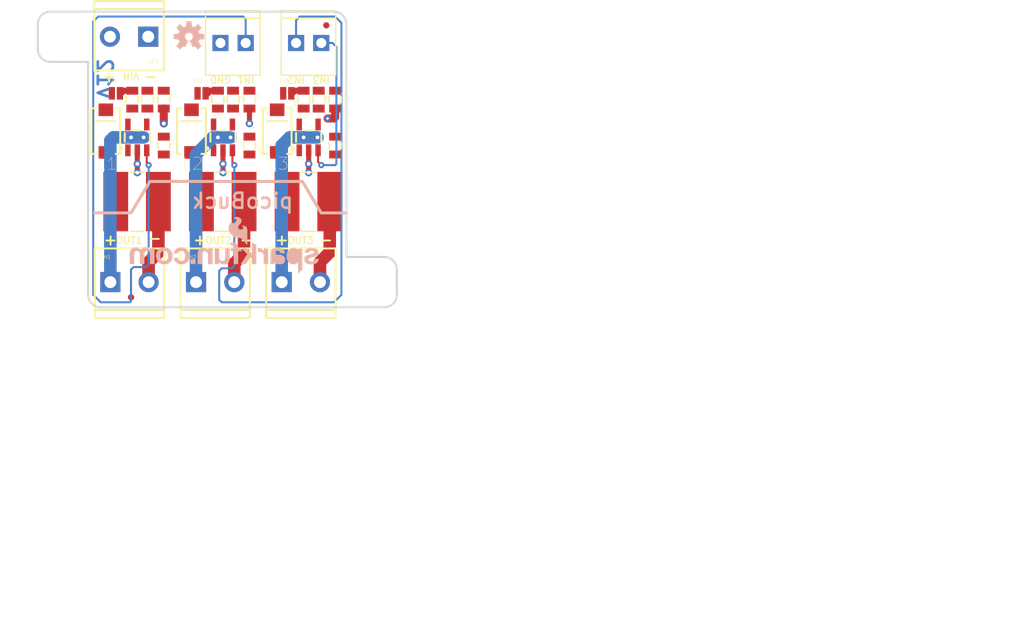
<source format=kicad_pcb>
(kicad_pcb (version 20211014) (generator pcbnew)
  (layers (0 "F.Cu" signal) (1 "In1.Cu" signal) (2 "In2.Cu" signal) (31 "B.Cu" signal) (34 "B.Paste" user) (35 "F.Paste" user) (36 "B.SilkS" user "B.Silkscreen") (37 "F.SilkS" user "F.Silkscreen") (38 "B.Mask" user) (39 "F.Mask" user) (44 "Edge.Cuts" user))
  (net 0 "")
  (net 1 "GND")
  (net 2 "VIN")
  (net 3 "N$9")
  (net 4 "N$13")
  (net 5 "IND2-1")
  (net 6 "N$5")
  (net 7 "N$11")
  (net 8 "IND1-1")
  (net 9 "N$16")
  (net 10 "IND3-1")
  (net 11 "CTRL_CH1")
  (net 12 "CTRL_CH2")
  (net 13 "CTRL_CH3")
  (net 14 "N$2")
  (net 15 "N$3")
  (net 16 "N$7")
  (net 17 "N$1")
  (footprint "" (layer "F.Cu") (at 161.5186 115.3491)
    (fp_text reference "@HOLE0" hide)
    (fp_text value "" (at 0 0) (layer "F.SilkS") (effects (font (size 1.27 1.27))))
    (pad "" np_thru_hole circle (at 0 0) (size 0.381 0.381) (drill 0.381) (layers *.Cu *.Mask))
  )
  (footprint "boardEagle:0805" (layer "F.Cu") (at 157.2006 98.9661 90)
    (fp_text reference "R6" (at -0.762 -0.8255 90) (layer "F.SilkS") (effects (font (size 0.376489 0.376489) (thickness 0.029911)) (justify left)))
    (fp_text value "0.3R")
    (pad "1" smd rect (at -0.9 0 90) (size 0.8 1.2) (layers "F.Cu" "F.Paste" "F.Mask") (net 17 "N$1"))
    (pad "2" smd rect (at 0.9 0 90) (size 0.8 1.2) (layers "F.Cu" "F.Paste" "F.Mask") (net 16 "N$7"))
  )
  (footprint "" (layer "F.Cu") (at 161.5186 119.4131)
    (fp_text reference "@HOLE8" hide)
    (fp_text value "" (at 0 0) (layer "F.SilkS") (effects (font (size 1.27 1.27))))
    (pad "" np_thru_hole circle (at 0 0) (size 0.381 0.381) (drill 0.381) (layers *.Cu *.Mask))
  )
  (footprint "boardEagle:SCREWTERMINAL-3.5MM-2_LOCK" (layer "F.Cu") (at 155.1686 117.3811)
    (fp_text reference "CH3" (at -1.27 -2.54) (layer "F.SilkS") (effects (font (size 0.367386 0.367386) (thickness 0.039014)) (justify left)))
    (fp_text value "")
    (pad "1" thru_hole rect (at -0.1778 0) (size 2.032 2.032) (drill 1.2) (layers *.Cu *.Mask) (net 17 "N$1"))
    (pad "2" thru_hole circle (at 3.6778 0) (size 2.032 2.032) (drill 1.2) (layers *.Cu *.Mask) (net 9 "N$16"))
  )
  (footprint "boardEagle:SMA-DIODE" (layer "F.Cu") (at 154.5336 102.1411 90)
    (fp_text reference "D3" (at -2.286 -1.651 90) (layer "F.SilkS") (effects (font (size 0.376489 0.376489) (thickness 0.029911)) (justify left)))
    (fp_text value "MBRA140")
    (pad "A" smd rect (at -2.15 0 270) (size 1.27 1.47) (layers "F.Cu" "F.Paste" "F.Mask") (net 10 "IND3-1"))
    (pad "C" smd rect (at 2.15 0 90) (size 1.27 1.47) (layers "F.Cu" "F.Paste" "F.Mask") (net 2 "VIN"))
  )
  (footprint "boardEagle:SMT-JUMPER_2_NO_NO-SILK" (layer "F.Cu") (at 155.5496 98.3311)
    (fp_text reference "SJ3" (at -0.908 -1.27) (layer "F.SilkS") (effects (font (size 0.367386 0.367386) (thickness 0.039014)) (justify left)))
    (fp_text value "JUMPER-SMT_2_NO_NO-SILK")
    (pad "1" smd rect (at -0.4064 0) (size 0.635 1.27) (layers "F.Cu" "F.Mask") (net 2 "VIN"))
    (pad "2" smd rect (at 0.4064 0) (size 0.635 1.27) (layers "F.Cu" "F.Mask") (net 16 "N$7"))
  )
  (footprint "" (layer "F.Cu") (at 135.4836 93.1241)
    (fp_text reference "@HOLE14" hide)
    (fp_text value "" (at 0 0) (layer "F.SilkS") (effects (font (size 1.27 1.27))))
    (pad "" np_thru_hole circle (at 0 0) (size 0.381 0.381) (drill 0.381) (layers *.Cu *.Mask))
  )
  (footprint "boardEagle:0805" (layer "F.Cu") (at 143.1036 98.9661 -90)
    (fp_text reference "C6" (at -0.762 -0.8255 90) (layer "F.SilkS") (effects (font (size 0.376489 0.376489) (thickness 0.029911)) (justify right)))
    (fp_text value "2.2uF")
    (pad "1" smd rect (at -0.9 0 270) (size 0.8 1.2) (layers "F.Cu" "F.Paste" "F.Mask") (net 2 "VIN"))
    (pad "2" smd rect (at 0.9 0 270) (size 0.8 1.2) (layers "F.Cu" "F.Paste" "F.Mask") (net 1 "GND"))
  )
  (footprint "boardEagle:MICRO-FIDUCIAL" (layer "F.Cu") (at 159.4866 91.4731)
    (fp_text reference "FID2" hide)
    (fp_text value "FIDUCIALUFIDUCIAL" hide)
    (pad "1" smd roundrect (at 0 0) (size 0.635 0.635) (layers "F.Cu" "F.Mask") (roundrect_rratio 0.5))
  )
  (footprint "boardEagle:SMA-DIODE" (layer "F.Cu") (at 137.2616 102.1411 90)
    (fp_text reference "D1" (at -2.286 -1.651 90) (layer "F.SilkS") (effects (font (size 0.376489 0.376489) (thickness 0.029911)) (justify left)))
    (fp_text value "MBRA140")
    (pad "A" smd rect (at -2.15 0 270) (size 1.27 1.47) (layers "F.Cu" "F.Paste" "F.Mask") (net 8 "IND1-1"))
    (pad "C" smd rect (at 2.15 0 90) (size 1.27 1.47) (layers "F.Cu" "F.Paste" "F.Mask") (net 2 "VIN"))
  )
  (footprint "boardEagle:SRN6045" (layer "F.Cu") (at 149.0726 109.2531)
    (fp_text reference "L2" (at -4.175 -3.825) (layer "F.SilkS") (effects (font (size 1.230986 1.230986) (thickness 0.039014)) (justify left)))
    (fp_text value "33µH/±20%/1.4A")
    (pad "1" smd rect (at -2.175 0 90) (size 6 2.5) (layers "F.Cu" "F.Paste" "F.Mask") (net 5 "IND2-1"))
    (pad "2" smd rect (at 2.125 0 90) (size 6 2.5) (layers "F.Cu" "F.Paste" "F.Mask") (net 3 "N$9"))
  )
  (footprint "boardEagle:SRN6045" (layer "F.Cu") (at 140.4366 109.2531)
    (fp_text reference "L1" (at -4.175 -3.825) (layer "F.SilkS") (effects (font (size 1.230986 1.230986) (thickness 0.039014)) (justify left)))
    (fp_text value "33µH/±20%/1.4A")
    (pad "1" smd rect (at -2.175 0 90) (size 6 2.5) (layers "F.Cu" "F.Paste" "F.Mask") (net 8 "IND1-1"))
    (pad "2" smd rect (at 2.125 0 90) (size 6 2.5) (layers "F.Cu" "F.Paste" "F.Mask") (net 6 "N$5"))
  )
  (footprint "boardEagle:SCREWTERMINAL-3.5MM-2_LOCK" (layer "F.Cu") (at 141.35735 92.6161 180)
    (fp_text reference "JP2" (at -1.27 -2.54) (layer "F.SilkS") (effects (font (size 0.367386 0.367386) (thickness 0.039014)) (justify right)))
    (fp_text value "")
    (pad "1" thru_hole rect (at -0.1778 0 180) (size 2.032 2.032) (drill 1.2) (layers *.Cu *.Mask) (net 1 "GND"))
    (pad "2" thru_hole circle (at 3.6778 0 180) (size 2.032 2.032) (drill 1.2) (layers *.Cu *.Mask) (net 2 "VIN"))
  )
  (footprint "boardEagle:0805" (layer "F.Cu") (at 160.3756 103.6016 -90)
    (fp_text reference "C5" (at -0.762 -0.8255 90) (layer "F.SilkS") (effects (font (size 0.376489 0.376489) (thickness 0.029911)) (justify right)))
    (fp_text value "1uF")
    (pad "1" smd rect (at -0.9 0 270) (size 0.8 1.2) (layers "F.Cu" "F.Paste" "F.Mask") (net 17 "N$1"))
    (pad "2" smd rect (at 0.9 0 270) (size 0.8 1.2) (layers "F.Cu" "F.Paste" "F.Mask") (net 9 "N$16"))
  )
  (footprint "boardEagle:STAND-OFF" (layer "F.Cu") (at 132.9436 92.6161)
    (fp_text reference "STANDOFF1" hide)
    (fp_text value "STAND-OFF" hide)
    (pad "" np_thru_hole circle (at 0 0) (size 3.302 3.302) (drill 3.302) (layers *.Cu *.Mask))
  )
  (footprint "boardEagle:1X02_2.54_SCREWTERM@1" (layer "F.Cu") (at 156.4386 93.2511)
    (fp_text reference "JP3" hide)
    (fp_text value "M022.54MM_SCREWTERM" hide)
    (pad "P1" thru_hole rect (at 2.54 0) (size 1.6256 1.6256) (drill 1.016) (layers *.Cu *.Mask) (net 13 "CTRL_CH3"))
    (pad "P2" thru_hole rect (at 0 0) (size 1.6256 1.6256) (drill 1.016) (layers *.Cu *.Mask) (net 12 "CTRL_CH2"))
  )
  (footprint "" (layer "F.Cu") (at 135.4836 92.1081)
    (fp_text reference "@HOLE12" hide)
    (fp_text value "" (at 0 0) (layer "F.SilkS") (effects (font (size 1.27 1.27))))
    (pad "" np_thru_hole circle (at 0 0) (size 0.381 0.381) (drill 0.381) (layers *.Cu *.Mask))
  )
  (footprint "boardEagle:SCREWTERMINAL-3.5MM-2_LOCK" (layer "F.Cu") (at 146.5326 117.3811)
    (fp_text reference "CH2" (at -1.27 -2.54) (layer "F.SilkS") (effects (font (size 0.367386 0.367386) (thickness 0.039014)) (justify left)))
    (fp_text value "")
    (pad "1" thru_hole rect (at -0.1778 0) (size 2.032 2.032) (drill 1.2) (layers *.Cu *.Mask) (net 4 "N$13"))
    (pad "2" thru_hole circle (at 3.6778 0) (size 2.032 2.032) (drill 1.2) (layers *.Cu *.Mask) (net 3 "N$9"))
  )
  (footprint "" (layer "F.Cu") (at 161.5186 116.8731)
    (fp_text reference "@HOLE3" hide)
    (fp_text value "" (at 0 0) (layer "F.SilkS") (effects (font (size 1.27 1.27))))
    (pad "" np_thru_hole circle (at 0 0) (size 0.381 0.381) (drill 0.381) (layers *.Cu *.Mask))
  )
  (footprint "" (layer "F.Cu") (at 135.4836 92.6161)
    (fp_text reference "@HOLE13" hide)
    (fp_text value "" (at 0 0) (layer "F.SilkS") (effects (font (size 1.27 1.27))))
    (pad "" np_thru_hole circle (at 0 0) (size 0.381 0.381) (drill 0.381) (layers *.Cu *.Mask))
  )
  (footprint "" (layer "F.Cu") (at 161.5186 116.3651)
    (fp_text reference "@HOLE2" hide)
    (fp_text value "" (at 0 0) (layer "F.SilkS") (effects (font (size 1.27 1.27))))
    (pad "" np_thru_hole circle (at 0 0) (size 0.381 0.381) (drill 0.381) (layers *.Cu *.Mask))
  )
  (footprint "" (layer "F.Cu") (at 135.4836 90.5841)
    (fp_text reference "@HOLE9" hide)
    (fp_text value "" (at 0 0) (layer "F.SilkS") (effects (font (size 1.27 1.27))))
    (pad "" np_thru_hole circle (at 0 0) (size 0.381 0.381) (drill 0.381) (layers *.Cu *.Mask))
  )
  (footprint "" (layer "F.Cu") (at 161.5186 117.3811)
    (fp_text reference "@HOLE4" hide)
    (fp_text value "" (at 0 0) (layer "F.SilkS") (effects (font (size 1.27 1.27))))
    (pad "" np_thru_hole circle (at 0 0) (size 0.381 0.381) (drill 0.381) (layers *.Cu *.Mask))
  )
  (footprint "boardEagle:SOT23-5" (layer "F.Cu") (at 157.7086 102.7761)
    (fp_text reference "U3" (at -0.889 -2.159) (layer "F.SilkS") (effects (font (size 0.367386 0.367386) (thickness 0.039014)) (justify left)))
    (fp_text value "AL8860" hide)
    (pad "1" smd rect (at -0.95 1.3001) (size 0.55 1.2) (layers "F.Cu" "F.Paste" "F.Mask") (net 10 "IND3-1"))
    (pad "2" smd rect (at 0 1.3001) (size 0.55 1.2) (layers "F.Cu" "F.Paste" "F.Mask") (net 1 "GND"))
    (pad "3" smd rect (at 0.95 1.3001) (size 0.55 1.2) (layers "F.Cu" "F.Paste" "F.Mask") (net 13 "CTRL_CH3"))
    (pad "4" smd rect (at 0.95 -1.3001) (size 0.55 1.2) (layers "F.Cu" "F.Paste" "F.Mask") (net 17 "N$1"))
    (pad "5" smd rect (at -0.95 -1.3001) (size 0.55 1.2) (layers "F.Cu" "F.Paste" "F.Mask") (net 2 "VIN"))
  )
  (footprint "boardEagle:0805" (layer "F.Cu") (at 158.7246 98.9661 -90)
    (fp_text reference "R3" (at -0.762 -0.8255 90) (layer "F.SilkS") (effects (font (size 0.376489 0.376489) (thickness 0.029911)) (justify right)))
    (fp_text value "0.3R")
    (pad "1" smd rect (at -0.9 0 270) (size 0.8 1.2) (layers "F.Cu" "F.Paste" "F.Mask") (net 2 "VIN"))
    (pad "2" smd rect (at 0.9 0 270) (size 0.8 1.2) (layers "F.Cu" "F.Paste" "F.Mask") (net 17 "N$1"))
  )
  (footprint "" (layer "F.Cu") (at 161.5186 117.8891)
    (fp_text reference "@HOLE5" hide)
    (fp_text value "" (at 0 0) (layer "F.SilkS") (effects (font (size 1.27 1.27))))
    (pad "" np_thru_hole circle (at 0 0) (size 0.381 0.381) (drill 0.381) (layers *.Cu *.Mask))
  )
  (footprint "boardEagle:SOT23-5" (layer "F.Cu") (at 149.0726 102.7761)
    (fp_text reference "U2" (at -0.889 -2.159) (layer "F.SilkS") (effects (font (size 0.367386 0.367386) (thickness 0.039014)) (justify left)))
    (fp_text value "AL8860" hide)
    (pad "1" smd rect (at -0.95 1.3001) (size 0.55 1.2) (layers "F.Cu" "F.Paste" "F.Mask") (net 5 "IND2-1"))
    (pad "2" smd rect (at 0 1.3001) (size 0.55 1.2) (layers "F.Cu" "F.Paste" "F.Mask") (net 1 "GND"))
    (pad "3" smd rect (at 0.95 1.3001) (size 0.55 1.2) (layers "F.Cu" "F.Paste" "F.Mask") (net 12 "CTRL_CH2"))
    (pad "4" smd rect (at 0.95 -1.3001) (size 0.55 1.2) (layers "F.Cu" "F.Paste" "F.Mask") (net 4 "N$13"))
    (pad "5" smd rect (at -0.95 -1.3001) (size 0.55 1.2) (layers "F.Cu" "F.Paste" "F.Mask") (net 2 "VIN"))
  )
  (footprint "boardEagle:0805" (layer "F.Cu") (at 151.7396 98.9661 -90)
    (fp_text reference "C4" (at -0.762 -0.8255 90) (layer "F.SilkS") (effects (font (size 0.376489 0.376489) (thickness 0.029911)) (justify right)))
    (fp_text value "2.2uF")
    (pad "1" smd rect (at -0.9 0 270) (size 0.8 1.2) (layers "F.Cu" "F.Paste" "F.Mask") (net 2 "VIN"))
    (pad "2" smd rect (at 0.9 0 270) (size 0.8 1.2) (layers "F.Cu" "F.Paste" "F.Mask") (net 1 "GND"))
  )
  (footprint "boardEagle:0805" (layer "F.Cu") (at 143.1036 103.6016 -90)
    (fp_text reference "C1" (at -0.762 -0.8255 90) (layer "F.SilkS") (effects (font (size 0.376489 0.376489) (thickness 0.029911)) (justify right)))
    (fp_text value "1uF")
    (pad "1" smd rect (at -0.9 0 270) (size 0.8 1.2) (layers "F.Cu" "F.Paste" "F.Mask") (net 7 "N$11"))
    (pad "2" smd rect (at 0.9 0 270) (size 0.8 1.2) (layers "F.Cu" "F.Paste" "F.Mask") (net 6 "N$5"))
  )
  (footprint "boardEagle:0805" (layer "F.Cu") (at 160.3756 98.9661 -90)
    (fp_text reference "C2" (at -0.762 -0.8255 90) (layer "F.SilkS") (effects (font (size 0.376489 0.376489) (thickness 0.029911)) (justify right)))
    (fp_text value "2.2uF")
    (pad "1" smd rect (at -0.9 0 270) (size 0.8 1.2) (layers "F.Cu" "F.Paste" "F.Mask") (net 2 "VIN"))
    (pad "2" smd rect (at 0.9 0 270) (size 0.8 1.2) (layers "F.Cu" "F.Paste" "F.Mask") (net 1 "GND"))
  )
  (footprint "" (layer "F.Cu") (at 135.4836 94.6481)
    (fp_text reference "@HOLE17" hide)
    (fp_text value "" (at 0 0) (layer "F.SilkS") (effects (font (size 1.27 1.27))))
    (pad "" np_thru_hole circle (at 0 0) (size 0.381 0.381) (drill 0.381) (layers *.Cu *.Mask))
  )
  (footprint "boardEagle:0805" (layer "F.Cu") (at 139.9286 98.9661 90)
    (fp_text reference "R4" (at -0.762 -0.8255 90) (layer "F.SilkS") (effects (font (size 0.376489 0.376489) (thickness 0.029911)) (justify left)))
    (fp_text value "0.3R")
    (pad "1" smd rect (at -0.9 0 90) (size 0.8 1.2) (layers "F.Cu" "F.Paste" "F.Mask") (net 7 "N$11"))
    (pad "2" smd rect (at 0.9 0 90) (size 0.8 1.2) (layers "F.Cu" "F.Paste" "F.Mask") (net 14 "N$2"))
  )
  (footprint "boardEagle:0805" (layer "F.Cu") (at 151.7396 103.6016 -90)
    (fp_text reference "C3" (at -0.762 -0.8255 90) (layer "F.SilkS") (effects (font (size 0.376489 0.376489) (thickness 0.029911)) (justify right)))
    (fp_text value "1uF")
    (pad "1" smd rect (at -0.9 0 270) (size 0.8 1.2) (layers "F.Cu" "F.Paste" "F.Mask") (net 4 "N$13"))
    (pad "2" smd rect (at 0.9 0 270) (size 0.8 1.2) (layers "F.Cu" "F.Paste" "F.Mask") (net 3 "N$9"))
  )
  (footprint "" (layer "F.Cu") (at 135.4836 94.1401)
    (fp_text reference "@HOLE16" hide)
    (fp_text value "" (at 0 0) (layer "F.SilkS") (effects (font (size 1.27 1.27))))
    (pad "" np_thru_hole circle (at 0 0) (size 0.381 0.381) (drill 0.381) (layers *.Cu *.Mask))
  )
  (footprint "" (layer "F.Cu") (at 161.5186 118.3971)
    (fp_text reference "@HOLE6" hide)
    (fp_text value "" (at 0 0) (layer "F.SilkS") (effects (font (size 1.27 1.27))))
    (pad "" np_thru_hole circle (at 0 0) (size 0.381 0.381) (drill 0.381) (layers *.Cu *.Mask))
  )
  (footprint "boardEagle:MICRO-FIDUCIAL" (layer "F.Cu") (at 139.8016 118.9051)
    (fp_text reference "FID1" hide)
    (fp_text value "FIDUCIALUFIDUCIAL" hide)
    (pad "1" smd roundrect (at 0 0) (size 0.635 0.635) (layers "F.Cu" "F.Mask") (roundrect_rratio 0.5))
  )
  (footprint "" (layer "F.Cu") (at 161.5186 118.9051)
    (fp_text reference "@HOLE7" hide)
    (fp_text value "" (at 0 0) (layer "F.SilkS") (effects (font (size 1.27 1.27))))
    (pad "" np_thru_hole circle (at 0 0) (size 0.381 0.381) (drill 0.381) (layers *.Cu *.Mask))
  )
  (footprint "boardEagle:SRN6045" (layer "F.Cu") (at 157.7086 109.2531)
    (fp_text reference "L3" (at -4.175 -3.825) (layer "F.SilkS") (effects (font (size 1.230986 1.230986) (thickness 0.039014)) (justify left)))
    (fp_text value "33µH/±20%/1.4A")
    (pad "1" smd rect (at -2.175 0 90) (size 6 2.5) (layers "F.Cu" "F.Paste" "F.Mask") (net 10 "IND3-1"))
    (pad "2" smd rect (at 2.125 0 90) (size 6 2.5) (layers "F.Cu" "F.Paste" "F.Mask") (net 9 "N$16"))
  )
  (footprint "" (layer "F.Cu") (at 135.4836 91.0921)
    (fp_text reference "@HOLE10" hide)
    (fp_text value "" (at 0 0) (layer "F.SilkS") (effects (font (size 1.27 1.27))))
    (pad "" np_thru_hole circle (at 0 0) (size 0.381 0.381) (drill 0.381) (layers *.Cu *.Mask))
  )
  (footprint "boardEagle:CREATIVE_COMMONS" (layer "F.Cu") (at 146.9136 151.6711)
    (fp_text reference "FRAME1" hide)
    (fp_text value "FRAME-LETTER" hide)
  )
  (footprint "boardEagle:SMA-DIODE" (layer "F.Cu") (at 145.8976 102.1411 90)
    (fp_text reference "D2" (at -2.286 -1.651 90) (layer "F.SilkS") (effects (font (size 0.376489 0.376489) (thickness 0.029911)) (justify left)))
    (fp_text value "MBRA140")
    (pad "A" smd rect (at -2.15 0 270) (size 1.27 1.47) (layers "F.Cu" "F.Paste" "F.Mask") (net 5 "IND2-1"))
    (pad "C" smd rect (at 2.15 0 90) (size 1.27 1.47) (layers "F.Cu" "F.Paste" "F.Mask") (net 2 "VIN"))
  )
  (footprint "boardEagle:0805" (layer "F.Cu") (at 150.0886 98.9661 -90)
    (fp_text reference "R2" (at -0.762 -0.8255 90) (layer "F.SilkS") (effects (font (size 0.376489 0.376489) (thickness 0.029911)) (justify right)))
    (fp_text value "0.3R")
    (pad "1" smd rect (at -0.9 0 270) (size 0.8 1.2) (layers "F.Cu" "F.Paste" "F.Mask") (net 2 "VIN"))
    (pad "2" smd rect (at 0.9 0 270) (size 0.8 1.2) (layers "F.Cu" "F.Paste" "F.Mask") (net 4 "N$13"))
  )
  (footprint "boardEagle:0805" (layer "F.Cu") (at 148.5646 98.9661 90)
    (fp_text reference "R5" (at -0.762 -0.8255 90) (layer "F.SilkS") (effects (font (size 0.376489 0.376489) (thickness 0.029911)) (justify left)))
    (fp_text value "0.3R")
    (pad "1" smd rect (at -0.9 0 90) (size 0.8 1.2) (layers "F.Cu" "F.Paste" "F.Mask") (net 4 "N$13"))
    (pad "2" smd rect (at 0.9 0 90) (size 0.8 1.2) (layers "F.Cu" "F.Paste" "F.Mask") (net 15 "N$3"))
  )
  (footprint "boardEagle:SMT-JUMPER_2_NO_NO-SILK" (layer "F.Cu") (at 146.9136 98.3311)
    (fp_text reference "SJ2" (at -0.908 -1.27) (layer "F.SilkS") (effects (font (size 0.367386 0.367386) (thickness 0.039014)) (justify left)))
    (fp_text value "JUMPER-SMT_2_NO_NO-SILK")
    (pad "1" smd rect (at -0.4064 0) (size 0.635 1.27) (layers "F.Cu" "F.Mask") (net 2 "VIN"))
    (pad "2" smd rect (at 0.4064 0) (size 0.635 1.27) (layers "F.Cu" "F.Mask") (net 15 "N$3"))
  )
  (footprint "" (layer "F.Cu") (at 135.4836 91.6001)
    (fp_text reference "@HOLE11" hide)
    (fp_text value "" (at 0 0) (layer "F.SilkS") (effects (font (size 1.27 1.27))))
    (pad "" np_thru_hole circle (at 0 0) (size 0.381 0.381) (drill 0.381) (layers *.Cu *.Mask))
  )
  (footprint "boardEagle:1X02_2.54_SCREWTERM@1" (layer "F.Cu") (at 148.8186 93.2511)
    (fp_text reference "JP4" hide)
    (fp_text value "M022.54MM_SCREWTERM" hide)
    (pad "P1" thru_hole rect (at 2.54 0) (size 1.6256 1.6256) (drill 1.016) (layers *.Cu *.Mask) (net 11 "CTRL_CH1"))
    (pad "P2" thru_hole rect (at 0 0) (size 1.6256 1.6256) (drill 1.016) (layers *.Cu *.Mask) (net 1 "GND"))
  )
  (footprint "boardEagle:STAND-OFF" (layer "F.Cu") (at 164.0586 117.3811)
    (fp_text reference "STANDOFF2" hide)
    (fp_text value "STAND-OFF" hide)
    (pad "" np_thru_hole circle (at 0 0) (size 3.302 3.302) (drill 3.302) (layers *.Cu *.Mask))
  )
  (footprint "boardEagle:SMT-JUMPER_2_NO_NO-SILK" (layer "F.Cu") (at 138.2776 98.3311)
    (fp_text reference "SJ1" (at -0.908 -1.27) (layer "F.SilkS") (effects (font (size 0.367386 0.367386) (thickness 0.039014)) (justify left)))
    (fp_text value "JUMPER-SMT_2_NO_NO-SILK")
    (pad "1" smd rect (at -0.4064 0) (size 0.635 1.27) (layers "F.Cu" "F.Mask") (net 2 "VIN"))
    (pad "2" smd rect (at 0.4064 0) (size 0.635 1.27) (layers "F.Cu" "F.Mask") (net 14 "N$2"))
  )
  (footprint "boardEagle:SCREWTERMINAL-3.5MM-2_LOCK" (layer "F.Cu") (at 137.8966 117.3811)
    (fp_text reference "CH1" (at -1.27 -2.54) (layer "F.SilkS") (effects (font (size 0.367386 0.367386) (thickness 0.039014)) (justify left)))
    (fp_text value "")
    (pad "1" thru_hole rect (at -0.1778 0) (size 2.032 2.032) (drill 1.2) (layers *.Cu *.Mask) (net 7 "N$11"))
    (pad "2" thru_hole circle (at 3.6778 0) (size 2.032 2.032) (drill 1.2) (layers *.Cu *.Mask) (net 6 "N$5"))
  )
  (footprint "" (layer "F.Cu") (at 161.5186 115.8571)
    (fp_text reference "@HOLE1" hide)
    (fp_text value "" (at 0 0) (layer "F.SilkS") (effects (font (size 1.27 1.27))))
    (pad "" np_thru_hole circle (at 0 0) (size 0.381 0.381) (drill 0.381) (layers *.Cu *.Mask))
  )
  (footprint "boardEagle:0805" (layer "F.Cu") (at 141.4526 98.9661 -90)
    (fp_text reference "R1" (at -0.762 -0.8255 90) (layer "F.SilkS") (effects (font (size 0.376489 0.376489) (thickness 0.029911)) (justify right)))
    (fp_text value "0.3R")
    (pad "1" smd rect (at -0.9 0 270) (size 0.8 1.2) (layers "F.Cu" "F.Paste" "F.Mask") (net 2 "VIN"))
    (pad "2" smd rect (at 0.9 0 270) (size 0.8 1.2) (layers "F.Cu" "F.Paste" "F.Mask") (net 7 "N$11"))
  )
  (footprint "" (layer "F.Cu") (at 135.4836 93.6321)
    (fp_text reference "@HOLE15" hide)
    (fp_text value "" (at 0 0) (layer "F.SilkS") (effects (font (size 1.27 1.27))))
    (pad "" np_thru_hole circle (at 0 0) (size 0.381 0.381) (drill 0.381) (layers *.Cu *.Mask))
  )
  (footprint "boardEagle:SOT23-5" (layer "F.Cu") (at 140.4366 102.7761)
    (fp_text reference "U1" (at -0.889 -2.159) (layer "F.SilkS") (effects (font (size 0.367386 0.367386) (thickness 0.039014)) (justify left)))
    (fp_text value "AL8860" hide)
    (pad "1" smd rect (at -0.95 1.3001) (size 0.55 1.2) (layers "F.Cu" "F.Paste" "F.Mask") (net 8 "IND1-1"))
    (pad "2" smd rect (at 0 1.3001) (size 0.55 1.2) (layers "F.Cu" "F.Paste" "F.Mask") (net 1 "GND"))
    (pad "3" smd rect (at 0.95 1.3001) (size 0.55 1.2) (layers "F.Cu" "F.Paste" "F.Mask") (net 11 "CTRL_CH1"))
    (pad "4" smd rect (at 0.95 -1.3001) (size 0.55 1.2) (layers "F.Cu" "F.Paste" "F.Mask") (net 7 "N$11"))
    (pad "5" smd rect (at -0.95 -1.3001) (size 0.55 1.2) (layers "F.Cu" "F.Paste" "F.Mask") (net 2 "VIN"))
  )
  (footprint "boardEagle:SFE-NEW-WEBLOGO" (layer "B.Cu") (at 158.7246 116.4921 180)
    (fp_text reference "LOGO2" hide)
    (fp_text value "LOGO-SFENEW" hide)
  )
  (footprint "boardEagle:OSHW-LOGO-S" (layer "B.Cu") (at 145.6436 92.6161 180)
    (fp_text reference "LOGO1" hide)
    (fp_text value "OSHW-LOGOS" hide)
  )
  (gr_line (start 139.8016 110.3961) (end 141.7066 107.2211) (layer "B.SilkS") (width 0.3048))
  (gr_line (start 141.7066 107.2211) (end 157.0736 107.2211) (layer "B.SilkS") (width 0.3048))
  (gr_line (start 136.1186 110.3961) (end 139.8016 110.3961) (layer "B.SilkS") (width 0.3048))
  (gr_line (start 157.0736 107.2211) (end 158.9786 110.3961) (layer "B.SilkS") (width 0.3048))
  (gr_line (start 158.9786 110.3961) (end 161.5186 110.3961) (layer "B.SilkS") (width 0.3048))
  (gr_arc (start 136.7536 119.9211) (mid 135.855574 119.549126) (end 135.4836 118.6511) (layer "Edge.Cuts") (width 0.2032))
  (gr_arc (start 131.6736 95.1561) (mid 130.775574 94.784126) (end 130.4036 93.8861) (layer "Edge.Cuts") (width 0.2032))
  (gr_line (start 136.7536 119.9211) (end 165.3161 119.9211) (layer "Edge.Cuts") (width 0.2032))
  (gr_arc (start 130.4036 91.3561) (mid 130.775574 90.458074) (end 131.6736 90.0861) (layer "Edge.Cuts") (width 0.2032))
  (gr_arc (start 160.2361 90.0861) (mid 161.134126 90.458074) (end 161.5061 91.3561) (layer "Edge.Cuts") (width 0.2032))
  (gr_line (start 135.4836 95.1561) (end 135.4836 118.6511) (layer "Edge.Cuts") (width 0.2032))
  (gr_arc (start 166.5986 118.6511) (mid 166.226626 119.549126) (end 165.3286 119.9211) (layer "Edge.Cuts") (width 0.2032))
  (gr_line (start 161.5186 114.8411) (end 165.3286 114.8411) (layer "Edge.Cuts") (width 0.2032))
  (gr_arc (start 165.3286 114.8411) (mid 166.226626 115.213074) (end 166.5986 116.1111) (layer "Edge.Cuts") (width 0.2032))
  (gr_line (start 166.5986 116.1111) (end 166.5986 118.6511) (layer "Edge.Cuts") (width 0.2032))
  (gr_line (start 131.6736 95.1561) (end 135.4836 95.1561) (layer "Edge.Cuts") (width 0.2032))
  (gr_line (start 130.4036 91.3561) (end 130.4036 93.8861) (layer "Edge.Cuts") (width 0.2032))
  (gr_line (start 160.2361 90.0861) (end 131.6736 90.0861) (layer "Edge.Cuts") (width 0.2032))
  (gr_line (start 161.5186 114.8411) (end 161.5061 91.3561) (layer "Edge.Cuts") (width 0.2032))
  (gr_text "v12" (at 138.0236 94.6481 -90) (layer "B.Cu") (effects (font (size 1.5113 1.5113) (thickness 0.2667)) (justify right top mirror)))
  (gr_text "picoBuck" (at 156.2989 110.0659) (layer "B.SilkS") (effects (font (size 1.5113 1.5113) (thickness 0.2667)) (justify left bottom mirror)))
  (gr_text "-" (at 141.73835 96.14035 180) (layer "F.SilkS") (effects (font (size 1.0795 1.0795) (thickness 0.1905)) (justify bottom)))
  (gr_text "VIN" (at 139.8016 96.1721 180) (layer "F.SilkS") (effects (font (size 0.69088 0.69088) (thickness 0.12192)) (justify bottom)))
  (gr_text "-" (at 141.3891 113.5711) (layer "F.SilkS") (effects (font (size 1.0795 1.0795) (thickness 0.1905)) (justify left bottom)))
  (gr_text "GND" (at 148.8186 96.5531 180) (layer "F.SilkS") (effects (font (size 0.69088 0.69088) (thickness 0.12192)) (justify bottom)))
  (gr_text "+" (at 154.2161 113.72985) (layer "F.SilkS") (effects (font (size 1.0795 1.0795) (thickness 0.1905)) (justify left bottom)))
  (gr_text "IN2" (at 156.4386 96.5531 180) (layer "F.SilkS") (effects (font (size 0.69088 0.69088) (thickness 0.12192)) (justify bottom)))
  (gr_text "+" (at 137.61085 96.14035 180) (layer "F.SilkS") (effects (font (size 1.0795 1.0795) (thickness 0.1905)) (justify bottom)))
  (gr_text "-" (at 158.6611 113.72985) (layer "F.SilkS") (effects (font (size 1.0795 1.0795) (thickness 0.1905)) (justify left bottom)))
  (gr_text "IN3" (at 158.9786 96.5531 180) (layer "F.SilkS") (effects (font (size 0.69088 0.69088) (thickness 0.12192)) (justify bottom)))
  (gr_text "+" (at 136.9441 113.72985) (layer "F.SilkS") (effects (font (size 1.0795 1.0795) (thickness 0.1905)) (justify left bottom)))
  (gr_text "IN1" (at 151.3586 96.5531 180) (layer "F.SilkS") (effects (font (size 0.69088 0.69088) (thickness 0.12192)) (justify bottom)))
  (gr_text "-" (at 150.6601 113.72985) (layer "F.SilkS") (effects (font (size 1.0795 1.0795) (thickness 0.1905)) (justify left bottom)))
  (gr_text "+" (at 145.9611 113.72985) (layer "F.SilkS") (effects (font (size 1.0795 1.0795) (thickness 0.1905)) (justify left bottom)))
  (gr_text "OUT1" (at 138.2141 113.5711) (layer "F.SilkS") (effects (font (size 0.69088 0.69088) (thickness 0.12192)) (justify left bottom)))
  (gr_text "OUT2" (at 147.2311 113.5711) (layer "F.SilkS") (effects (font (size 0.69088 0.69088) (thickness 0.12192)) (justify left bottom)))
  (gr_text "OUT3" (at 155.4861 113.5711) (layer "F.SilkS") (effects (font (size 0.69088 0.69088) (thickness 0.12192)) (justify left bottom)))
  (segment (start 160.3756 100.7441) (end 160.2486 100.8711) (width 0.8128) (layer "F.Cu") (net 1))
  (segment (start 149.0726 104.0762) (end 149.0726 105.4431) (width 0.508) (layer "F.Cu") (net 1))
  (segment (start 160.2486 100.8711) (end 159.6136 100.8711) (width 0.8128) (layer "F.Cu") (net 1))
  (segment (start 160.3756 99.8661) (end 160.3756 100.7441) (width 0.8128) (layer "F.Cu") (net 1))
  (segment (start 143.1036 99.8661) (end 143.1036 101.3791) (width 0.8128) (layer "F.Cu") (net 1))
  (segment (start 149.0726 105.4431) (end 149.0726 106.3321) (width 0.508) (layer "F.Cu") (net 1))
  (segment (start 157.7086 104.0762) (end 157.7086 105.4431) (width 0.508) (layer "F.Cu") (net 1))
  (segment (start 157.7086 105.4431) (end 157.7086 106.3321) (width 0.508) (layer "F.Cu") (net 1))
  (segment (start 140.4366 105.4431) (end 140.4366 106.3321) (width 0.508) (layer "F.Cu") (net 1))
  (segment (start 140.4366 104.0762) (end 140.4366 105.4431) (width 0.508) (layer "F.Cu") (net 1))
  (segment (start 151.7396 99.8661) (end 151.7396 101.3791) (width 0.508) (layer "F.Cu") (net 1))
  (via (at 159.6136 100.8711) (size 0.6096) (drill 0.254) (layers "F.Cu" "B.Cu") (net 1))
  (via (at 151.7396 101.3791) (size 0.7366) (drill 0.381) (layers "F.Cu" "B.Cu") (net 1))
  (via (at 140.4366 105.4431) (size 0.7366) (drill 0.381) (layers "F.Cu" "B.Cu") (net 1))
  (via (at 149.0726 106.3321) (size 0.7366) (drill 0.381) (layers "F.Cu" "B.Cu") (net 1))
  (via (at 157.7086 106.3321) (size 0.7366) (drill 0.381) (layers "F.Cu" "B.Cu") (net 1))
  (via (at 157.7086 105.4431) (size 0.7366) (drill 0.381) (layers "F.Cu" "B.Cu") (net 1))
  (via (at 140.4366 106.3321) (size 0.7366) (drill 0.381) (layers "F.Cu" "B.Cu") (net 1))
  (via (at 149.0726 105.4431) (size 0.7366) (drill 0.381) (layers "F.Cu" "B.Cu") (net 1))
  (via (at 143.1036 101.3791) (size 0.7366) (drill 0.381) (layers "F.Cu" "B.Cu") (net 1))
  (segment (start 151.1976 109.2531) (end 151.1976 114.4941) (width 1.27) (layer "F.Cu") (net 3))
  (segment (start 150.2104 117.3811) (end 150.2104 115.4813) (width 1.27) (layer "F.Cu") (net 3))
  (segment (start 150.2104 115.4813) (end 151.1976 114.4941) (width 1.27) (layer "F.Cu") (net 3))
  (segment (start 148.5646 102.7761) (end 149.8346 102.7761) (width 0.8128) (layer "F.Cu") (net 4))
  (via (at 148.5646 102.7761) (size 0.7366) (drill 0.381) (layers "F.Cu" "B.Cu") (net 4))
  (via (at 149.8346 102.7761) (size 0.7366) (drill 0.381) (layers "F.Cu" "B.Cu") (net 4))
  (segment (start 146.3548 104.4779) (end 148.0566 102.7761) (width 1.27) (layer "B.Cu") (net 4))
  (segment (start 146.3548 117.3811) (end 146.3548 104.4779) (width 1.27) (layer "B.Cu") (net 4))
  (segment (start 148.5646 102.7761) (end 149.8346 102.7761) (width 1.27) (layer "B.Cu") (net 4))
  (segment (start 148.0566 102.7761) (end 148.5646 102.7761) (width 1.27) (layer "B.Cu") (net 4))
  (segment (start 142.5616 109.2531) (end 142.5616 114.3671) (width 1.27) (layer "F.Cu") (net 6))
  (segment (start 141.5744 115.3543) (end 142.5616 114.3671) (width 1.27) (layer "F.Cu") (net 6))
  (segment (start 141.5744 117.3811) (end 141.5744 115.3543) (width 1.27) (layer "F.Cu") (net 6))
  (segment (start 141.0716 102.7761) (end 139.8016 102.7761) (width 0.8128) (layer "F.Cu") (net 7))
  (via (at 141.0716 102.7761) (size 0.7366) (drill 0.381) (layers "F.Cu" "B.Cu") (net 7))
  (via (at 139.8016 102.7761) (size 0.7366) (drill 0.381) (layers "F.Cu" "B.Cu") (net 7))
  (segment (start 139.8016 102.7761) (end 138.0236 102.7761) (width 1.27) (layer "B.Cu") (net 7))
  (segment (start 137.7188 117.3811) (end 137.7188 103.0809) (width 1.27) (layer "B.Cu") (net 7))
  (segment (start 138.0236 102.7761) (end 137.7188 103.0809) (width 1.27) (layer "B.Cu") (net 7))
  (segment (start 139.8016 102.7761) (end 141.0716 102.7761) (width 1.27) (layer "B.Cu") (net 7))
  (segment (start 158.8464 117.3811) (end 158.8464 115.3543) (width 1.27) (layer "F.Cu") (net 9))
  (segment (start 158.8464 115.3543) (end 159.8336 114.3671) (width 1.27) (layer "F.Cu") (net 9))
  (segment (start 159.8336 109.2531) (end 159.8336 114.3671) (width 1.27) (layer "F.Cu") (net 9))
  (segment (start 141.3866 105.3771) (end 141.5796 105.5701) (width 0.2032) (layer "F.Cu") (net 11))
  (segment (start 141.3866 104.0762) (end 141.3866 105.3771) (width 0.2032) (layer "F.Cu") (net 11))
  (via (at 141.5796 105.5701) (size 0.6096) (drill 0.254) (layers "F.Cu" "B.Cu") (net 11))
  (segment (start 139.8016 116.1111) (end 139.8016 119.2861) (width 0.2032) (layer "B.Cu") (net 11))
  (segment (start 141.3256 115.8571) (end 140.0556 115.8571) (width 0.2032) (layer "B.Cu") (net 11))
  (segment (start 140.0556 115.8571) (end 139.8016 116.1111) (width 0.2032) (layer "B.Cu") (net 11))
  (segment (start 135.9916 91.0921) (end 136.4996 90.5841) (width 0.2032) (layer "B.Cu") (net 11))
  (segment (start 139.6746 119.4131) (end 136.7536 119.4131) (width 0.2032) (layer "B.Cu") (net 11))
  (segment (start 151.1046 90.5841) (end 151.3586 90.8381) (width 0.2032) (layer "B.Cu") (net 11))
  (segment (start 141.5796 115.6031) (end 141.3256 115.8571) (width 0.2032) (layer "B.Cu") (net 11))
  (segment (start 151.3586 90.8381) (end 151.3586 93.2511) (width 0.2032) (layer "B.Cu") (net 11))
  (segment (start 135.9916 118.6511) (end 135.9916 91.0921) (width 0.2032) (layer "B.Cu") (net 11))
  (segment (start 136.4996 90.5841) (end 151.1046 90.5841) (width 0.2032) (layer "B.Cu") (net 11))
  (segment (start 139.8016 119.2861) (end 139.6746 119.4131) (width 0.2032) (layer "B.Cu") (net 11))
  (segment (start 136.7536 119.4131) (end 135.9916 118.6511) (width 0.2032) (layer "B.Cu") (net 11))
  (segment (start 141.5796 105.5701) (end 141.5796 115.6031) (width 0.2032) (layer "B.Cu") (net 11))
  (segment (start 150.0226 105.3771) (end 150.2156 105.5701) (width 0.2032) (layer "F.Cu") (net 12))
  (segment (start 150.0226 104.0762) (end 150.0226 105.3771) (width 0.2032) (layer "F.Cu") (net 12))
  (via (at 150.2156 105.5701) (size 0.6096) (drill 0.254) (layers "F.Cu" "B.Cu") (net 12))
  (segment (start 156.8196 90.5841) (end 156.4386 90.9651) (width 0.2032) (layer "B.Cu") (net 12))
  (segment (start 150.2156 105.5701) (end 150.2156 115.7301) (width 0.2032) (layer "B.Cu") (net 12))
  (segment (start 148.6916 119.1591) (end 148.9456 119.4131) (width 0.2032) (layer "B.Cu") (net 12))
  (segment (start 149.9616 115.9841) (end 148.9456 115.9841) (width 0.2032) (layer "B.Cu") (net 12))
  (segment (start 161.0106 91.2191) (end 160.3756 90.5841) (width 0.2032) (layer "B.Cu") (net 12))
  (segment (start 148.6916 116.2381) (end 148.6916 119.1591) (width 0.2032) (layer "B.Cu") (net 12))
  (segment (start 156.4386 90.9651) (end 156.4386 93.2511) (width 0.2032) (layer "B.Cu") (net 12))
  (segment (start 150.2156 115.7301) (end 149.9616 115.9841) (width 0.2032) (layer "B.Cu") (net 12))
  (segment (start 160.3756 90.5841) (end 156.8196 90.5841) (width 0.2032) (layer "B.Cu") (net 12))
  (segment (start 148.9456 115.9841) (end 148.6916 116.2381) (width 0.2032) (layer "B.Cu") (net 12))
  (segment (start 148.9456 119.4131) (end 160.2486 119.4131) (width 0.2032) (layer "B.Cu") (net 12))
  (segment (start 160.2486 119.4131) (end 161.0106 118.6511) (width 0.2032) (layer "B.Cu") (net 12))
  (segment (start 161.0106 118.6511) (end 161.0106 91.2191) (width 0.2032) (layer "B.Cu") (net 12))
  (segment (start 158.6586 105.2501) (end 158.9786 105.5701) (width 0.2032) (layer "F.Cu") (net 13))
  (segment (start 158.6586 104.0762) (end 158.6586 105.2501) (width 0.2032) (layer "F.Cu") (net 13))
  (via (at 158.9786 105.5701) (size 0.6096) (drill 0.254) (layers "F.Cu" "B.Cu") (net 13))
  (segment (start 160.5026 93.6321) (end 160.1216 93.2511) (width 0.2032) (layer "B.Cu") (net 13))
  (segment (start 160.3756 105.5701) (end 160.5026 105.4431) (width 0.2032) (layer "B.Cu") (net 13))
  (segment (start 158.9786 105.5701) (end 160.3756 105.5701) (width 0.2032) (layer "B.Cu") (net 13))
  (segment (start 160.5026 105.4431) (end 160.5026 93.6321) (width 0.2032) (layer "B.Cu") (net 13))
  (segment (start 160.1216 93.2511) (end 158.9786 93.2511) (width 0.2032) (layer "B.Cu") (net 13))
  (segment (start 138.7856 98.3311) (end 139.0396 98.0771) (width 0.6096) (layer "F.Cu") (net 14))
  (segment (start 138.684 98.3311) (end 138.7856 98.3311) (width 0.6096) (layer "F.Cu") (net 14))
  (segment (start 138.9926 98.0661) (end 138.684 98.3311) (width 0.6096) (layer "F.Cu") (net 14))
  (segment (start 139.9286 98.0661) (end 138.9926 98.0661) (width 0.6096) (layer "F.Cu") (net 14))
  (segment (start 148.5646 98.0661) (end 147.6286 98.0661) (width 0.6096) (layer "F.Cu") (net 15))
  (segment (start 147.5486 98.3311) (end 147.6756 98.2041) (width 0.6096) (layer "F.Cu") (net 15))
  (segment (start 147.32 98.3311) (end 147.5486 98.3311) (width 0.6096) (layer "F.Cu") (net 15))
  (segment (start 147.6286 98.0661) (end 147.32 98.3311) (width 0.6096) (layer "F.Cu") (net 15))
  (segment (start 155.956 98.3311) (end 156.0576 98.3311) (width 0.6096) (layer "F.Cu") (net 16))
  (segment (start 157.2006 98.0661) (end 156.2646 98.0661) (width 0.6096) (layer "F.Cu") (net 16))
  (segment (start 156.0576 98.3311) (end 156.3116 98.0771) (width 0.6096) (layer "F.Cu") (net 16))
  (segment (start 156.2646 98.0661) (end 155.956 98.3311) (width 0.6096) (layer "F.Cu") (net 16))
  (segment (start 157.2006 102.7761) (end 158.5976 102.7761) (width 0.8128) (layer "F.Cu") (net 17))
  (via (at 157.2006 102.7761) (size 0.7366) (drill 0.381) (layers "F.Cu" "B.Cu") (net 17))
  (via (at 158.5976 102.7761) (size 0.7366) (drill 0.381) (layers "F.Cu" "B.Cu") (net 17))
  (segment (start 154.9908 103.5889) (end 155.8036 102.7761) (width 1.27) (layer "B.Cu") (net 17))
  (segment (start 155.8036 102.7761) (end 157.2006 102.7761) (width 1.27) (layer "B.Cu") (net 17))
  (segment (start 157.2006 102.7761) (end 158.5976 102.7761) (width 1.27) (layer "B.Cu") (net 17))
  (segment (start 154.9908 117.3811) (end 154.9908 103.5889) (width 1.27) (layer "B.Cu") (net 17))
)
</source>
